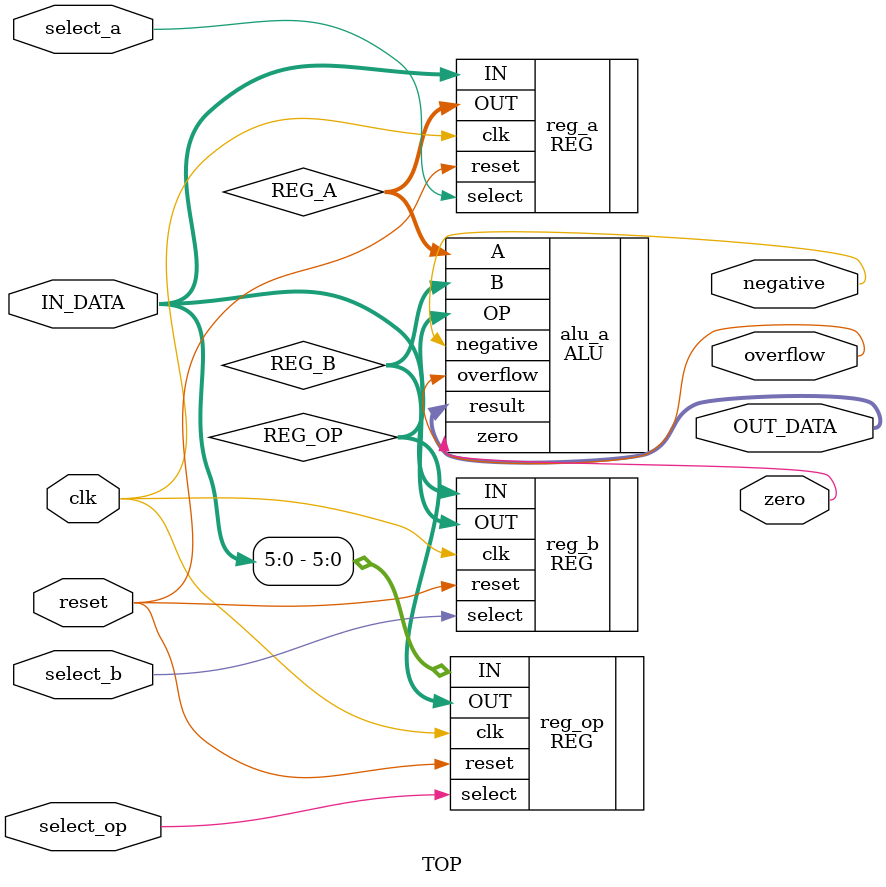
<source format=v>
`timescale 1ns / 1ps
`default_nettype none

module TOP #(parameter DATA_WIDTH = 8, parameter OP_WIDTH = 6) (
    input wire clk, reset,
    input wire select_a, select_b, select_op,
    input wire [DATA_WIDTH-1:0] IN_DATA,
    output wire [DATA_WIDTH-1:0] OUT_DATA,
    output wire zero, overflow, negative
);

    wire [DATA_WIDTH-1:0] REG_A, REG_B;
    wire [OP_WIDTH-1:0] REG_OP;
    
    // Registros Intermedios
    REG #(DATA_WIDTH) reg_a (
        .clk(clk),
        .reset(reset),
        .select(select_a),
        .IN(IN_DATA),
        .OUT(REG_A)
    );

    REG #(DATA_WIDTH) reg_b (
        .clk(clk),
        .reset(reset),
        .select(select_b),
        .IN(IN_DATA),
        .OUT(REG_B)
    );

    REG #(OP_WIDTH) reg_op (
        .clk(clk),
        .reset(reset),
        .select(select_op),
        .IN(IN_DATA[OP_WIDTH-1:0]),
        .OUT(REG_OP)
    );

    // ALU
    ALU #(DATA_WIDTH, OP_WIDTH) alu_a (
        .A(REG_A),
        .B(REG_B),
        .OP(REG_OP),
        .result(OUT_DATA),
        .zero(zero),
        .overflow(overflow),
        .negative(negative)
    );

endmodule

</source>
